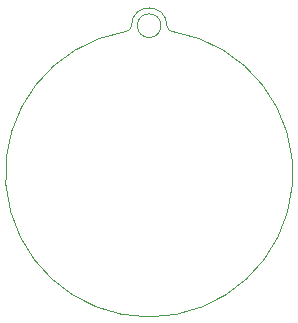
<source format=gbr>
%TF.GenerationSoftware,KiCad,Pcbnew,8.0.2-1*%
%TF.CreationDate,2025-01-26T22:20:59-08:00*%
%TF.ProjectId,Small_Pendant,536d616c-6c5f-4506-956e-64616e742e6b,rev?*%
%TF.SameCoordinates,Original*%
%TF.FileFunction,Profile,NP*%
%FSLAX46Y46*%
G04 Gerber Fmt 4.6, Leading zero omitted, Abs format (unit mm)*
G04 Created by KiCad (PCBNEW 8.0.2-1) date 2025-01-26 22:20:59*
%MOMM*%
%LPD*%
G01*
G04 APERTURE LIST*
%TA.AperFunction,Profile*%
%ADD10C,0.050000*%
%TD*%
G04 APERTURE END LIST*
D10*
X48500000Y-37500000D02*
G75*
G02*
X51500000Y-37500000I1500000J0D01*
G01*
X51000000Y-37500000D02*
G75*
G02*
X49000000Y-37500000I-1000000J0D01*
G01*
X49000000Y-37500000D02*
G75*
G02*
X51000000Y-37500000I1000000J0D01*
G01*
X52000000Y-38000000D02*
G75*
G02*
X51500000Y-37500000I0J500000D01*
G01*
X48500000Y-37500000D02*
G75*
G02*
X48000000Y-38000000I-500000J0D01*
G01*
X52000000Y-38000000D02*
G75*
G02*
X48000000Y-38000000I-2000000J-12000000D01*
G01*
M02*

</source>
